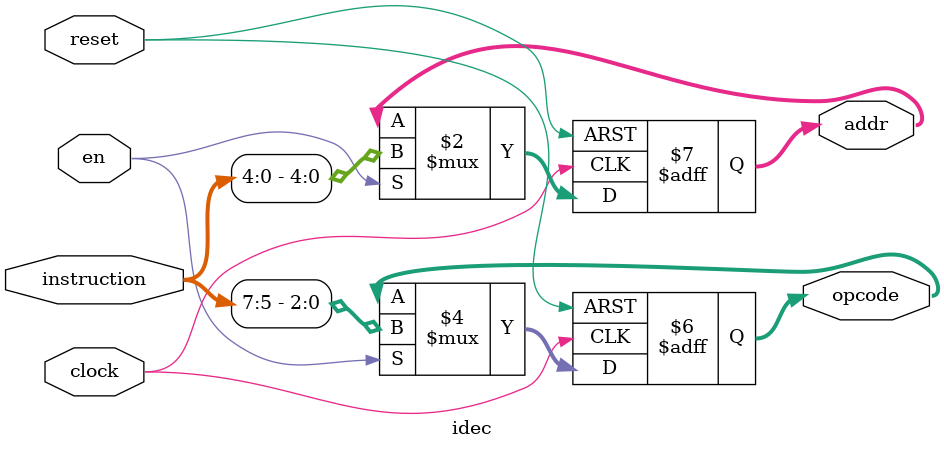
<source format=v>
module idec (
       clock,   //时钟端口
       reset,   //复位端口
       en,      //译码使能端口
       instruction,  //指令输入端口
       opcode,       //操作吗输入端口
       addr,         //存储器地址输入端口
	);

input clock,reset,en;
input [7:0] instruction;
output reg [2:0] opcode;
output reg [4:0] addr;

always @(posedge clock or posedge reset) begin
	if (reset) begin
	    opcode <= 0;
	    addr <= 0;
		// reset		
	end
	else if (en) begin
	    opcode <= instruction [7:5];
	    addr <= instruction [4:0];
		
	end
end
endmodule

</source>
